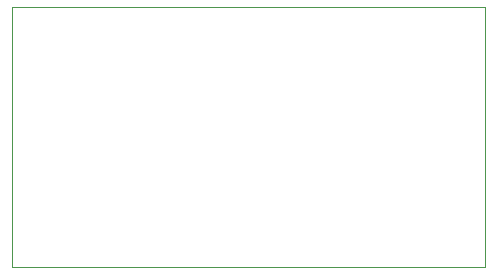
<source format=gbr>
%TF.GenerationSoftware,KiCad,Pcbnew,(6.0.6)*%
%TF.CreationDate,2023-12-09T00:18:58+03:00*%
%TF.ProjectId,GrandStationKicad,4772616e-6453-4746-9174-696f6e4b6963,rev?*%
%TF.SameCoordinates,Original*%
%TF.FileFunction,Profile,NP*%
%FSLAX46Y46*%
G04 Gerber Fmt 4.6, Leading zero omitted, Abs format (unit mm)*
G04 Created by KiCad (PCBNEW (6.0.6)) date 2023-12-09 00:18:58*
%MOMM*%
%LPD*%
G01*
G04 APERTURE LIST*
%TA.AperFunction,Profile*%
%ADD10C,0.100000*%
%TD*%
G04 APERTURE END LIST*
D10*
X177000000Y-90500000D02*
X217000000Y-90500000D01*
X217000000Y-90500000D02*
X217000000Y-112500000D01*
X217000000Y-112500000D02*
X177000000Y-112500000D01*
X177000000Y-112500000D02*
X177000000Y-90500000D01*
M02*

</source>
